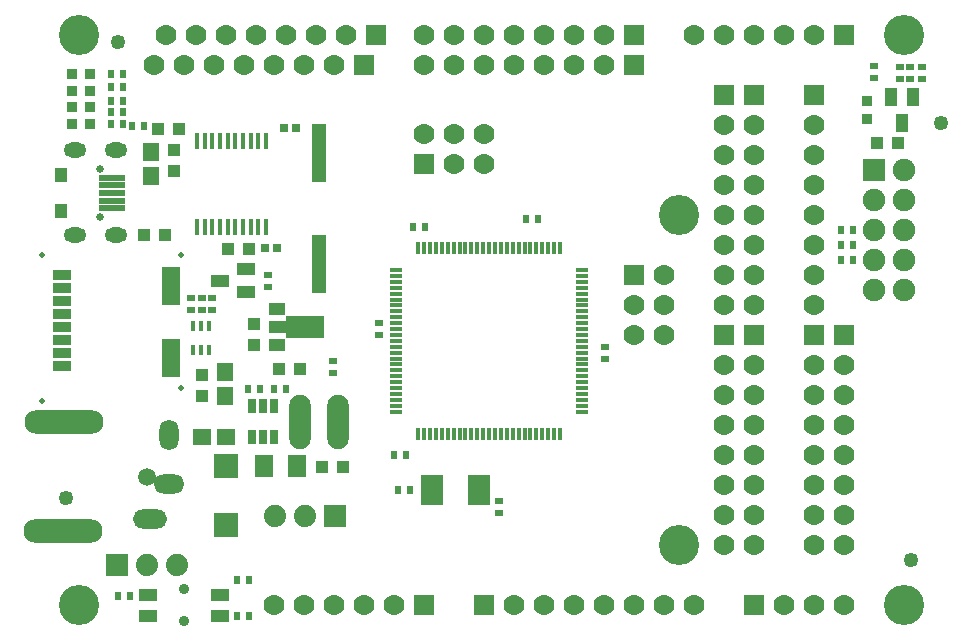
<source format=gbr>
G04 #@! TF.GenerationSoftware,KiCad,Pcbnew,5.1.0-unknown-9bfce26~82~ubuntu18.04.1*
G04 #@! TF.CreationDate,2019-03-14T11:14:55+02:00*
G04 #@! TF.ProjectId,OLIMEXINO-2560_Rev_B,4f4c494d-4558-4494-9e4f-2d323536305f,rev?*
G04 #@! TF.SameCoordinates,Original*
G04 #@! TF.FileFunction,Soldermask,Top*
G04 #@! TF.FilePolarity,Negative*
%FSLAX46Y46*%
G04 Gerber Fmt 4.6, Leading zero omitted, Abs format (unit mm)*
G04 Created by KiCad (PCBNEW 5.1.0-unknown-9bfce26~82~ubuntu18.04.1) date 2019-03-14 11:14:55*
%MOMM*%
%LPD*%
G04 APERTURE LIST*
%ADD10C,1.500000*%
%ADD11O,6.700000X2.000000*%
%ADD12O,2.600000X1.624000*%
%ADD13O,2.900000X1.624000*%
%ADD14O,1.624000X2.600000*%
%ADD15C,3.400000*%
%ADD16C,1.776400*%
%ADD17R,1.776400X1.776400*%
%ADD18R,3.226600X1.834600*%
%ADD19R,1.401600X1.001600*%
%ADD20R,1.603500X1.001600*%
%ADD21C,1.879600*%
%ADD22R,1.879600X1.879600*%
%ADD23R,1.100000X0.350000*%
%ADD24R,0.350000X1.100000*%
%ADD25R,2.250000X0.500000*%
%ADD26C,0.650000*%
%ADD27R,1.100000X1.200000*%
%ADD28O,1.900000X1.300000*%
%ADD29R,0.901600X0.901600*%
%ADD30R,0.651600X0.601600*%
%ADD31R,0.601600X0.651600*%
%ADD32C,1.900000*%
%ADD33R,1.850000X1.850000*%
%ADD34O,1.850000X4.600000*%
%ADD35R,1.117600X1.117600*%
%ADD36C,1.254000*%
%ADD37R,1.625600X1.117600*%
%ADD38C,0.901600*%
%ADD39R,1.625600X1.879600*%
%ADD40R,0.600000X0.650000*%
%ADD41R,0.700000X0.700000*%
%ADD42R,0.650000X0.600000*%
%ADD43R,2.100000X2.000000*%
%ADD44R,1.371600X1.625600*%
%ADD45R,1.625600X1.371600*%
%ADD46R,1.101600X1.501600*%
%ADD47R,1.501600X1.101600*%
%ADD48R,1.601600X3.201600*%
%ADD49C,0.500000*%
%ADD50R,1.601600X0.901600*%
%ADD51R,1.898320X2.497760*%
%ADD52R,0.651600X1.301600*%
%ADD53R,0.426600X1.371600*%
%ADD54R,1.201600X4.927600*%
%ADD55R,0.430000X0.900000*%
G04 APERTURE END LIST*
D10*
X32363800Y-80543400D03*
D11*
X25263800Y-85143400D03*
X25363800Y-75943400D03*
D12*
X34263800Y-81143400D03*
D13*
X32663800Y-84143400D03*
D14*
X34263800Y-77043400D03*
D15*
X77470000Y-86360000D03*
D16*
X45720000Y-91440000D03*
X48260000Y-91440000D03*
D17*
X60960000Y-91440000D03*
D16*
X63500000Y-91440000D03*
X66040000Y-91440000D03*
X68580000Y-91440000D03*
X71120000Y-91440000D03*
X73660000Y-91440000D03*
X34042540Y-43180000D03*
D17*
X73660000Y-43180000D03*
D16*
X71120000Y-43180000D03*
X68580000Y-43180000D03*
X66040000Y-43180000D03*
X63500000Y-43180000D03*
X60960000Y-43180000D03*
X58420000Y-43180000D03*
X55880000Y-43180000D03*
D17*
X51820000Y-43180000D03*
D16*
X49282540Y-43180000D03*
X46742540Y-43180000D03*
X44202540Y-43180000D03*
X41662540Y-43180000D03*
X39122540Y-43180000D03*
X50800000Y-91440000D03*
X53340000Y-91440000D03*
X36582540Y-43180000D03*
X43180000Y-91440000D03*
D17*
X55880000Y-91440000D03*
D16*
X78740000Y-43180000D03*
X88900000Y-43180000D03*
X86360000Y-43180000D03*
X83820000Y-43180000D03*
X81280000Y-43180000D03*
D17*
X91440000Y-43180000D03*
D16*
X78740000Y-91440000D03*
X76200000Y-91440000D03*
X91440000Y-91440000D03*
X88900000Y-91440000D03*
X86360000Y-91440000D03*
D17*
X83820000Y-91440000D03*
D16*
X81280000Y-63500000D03*
X81280000Y-55880000D03*
X81280000Y-66040000D03*
X81280000Y-58420000D03*
X81280000Y-60960000D03*
X81280000Y-50800000D03*
D17*
X81280000Y-48260000D03*
D16*
X81280000Y-53340000D03*
D17*
X83820000Y-48260000D03*
D16*
X83820000Y-63500000D03*
X83820000Y-50800000D03*
X83820000Y-60960000D03*
X83820000Y-58420000D03*
X83820000Y-53340000D03*
X83820000Y-66040000D03*
X83820000Y-55880000D03*
X88900000Y-55880000D03*
X88900000Y-66040000D03*
X88900000Y-53340000D03*
X88900000Y-60960000D03*
X88900000Y-63500000D03*
X88900000Y-50800000D03*
X88900000Y-58420000D03*
D17*
X88900000Y-48260000D03*
D16*
X88900000Y-73660000D03*
D17*
X81280000Y-68580000D03*
D16*
X88900000Y-78740000D03*
X83820000Y-76200000D03*
X81280000Y-83820000D03*
X83820000Y-86360000D03*
X81280000Y-71120000D03*
X88900000Y-83820000D03*
X81280000Y-81280000D03*
X83820000Y-73660000D03*
X83820000Y-81280000D03*
X83820000Y-83820000D03*
X88900000Y-71120000D03*
X81280000Y-78740000D03*
X88900000Y-86360000D03*
X88900000Y-76200000D03*
X83820000Y-71120000D03*
X81280000Y-73660000D03*
X83820000Y-78740000D03*
X81280000Y-86360000D03*
D17*
X88900000Y-68580000D03*
D16*
X81280000Y-76200000D03*
D17*
X83820000Y-68580000D03*
D16*
X88900000Y-81280000D03*
X91440000Y-76200000D03*
X91440000Y-71120000D03*
X91440000Y-86360000D03*
X91440000Y-78740000D03*
X91440000Y-83820000D03*
X91440000Y-81280000D03*
D17*
X91440000Y-68580000D03*
D16*
X91440000Y-73660000D03*
X45722540Y-45720000D03*
X38102540Y-45720000D03*
D17*
X50800000Y-45720000D03*
D16*
X43182540Y-45720000D03*
X48262540Y-45720000D03*
X35562540Y-45720000D03*
X33022540Y-45720000D03*
X40642540Y-45720000D03*
X58420000Y-45720000D03*
X55880000Y-45720000D03*
D17*
X73660000Y-45720000D03*
D16*
X60960000Y-45720000D03*
X63500000Y-45720000D03*
X66040000Y-45720000D03*
X68580000Y-45720000D03*
X71120000Y-45720000D03*
X58420000Y-54102000D03*
X60960000Y-54102000D03*
D17*
X55880000Y-54102000D03*
D16*
X58420000Y-51562000D03*
X60960000Y-51562000D03*
X55880000Y-51562000D03*
X76200000Y-66040000D03*
X76200000Y-68580000D03*
X73660000Y-66040000D03*
X73660000Y-68580000D03*
D17*
X73660000Y-63500000D03*
D16*
X76200000Y-63500000D03*
D15*
X26670000Y-43180000D03*
X26670000Y-91440000D03*
X77470000Y-86360000D03*
X77470000Y-58420000D03*
X96520000Y-43180000D03*
X96520000Y-91440000D03*
D18*
X45759000Y-67881500D03*
D19*
X43371500Y-69381500D03*
D20*
X43471500Y-67881500D03*
D19*
X43371500Y-66381500D03*
D21*
X43243500Y-83883500D03*
X45783500Y-83883500D03*
D22*
X48323500Y-83883500D03*
D21*
X34925000Y-88011000D03*
X32385000Y-88011000D03*
D22*
X29845000Y-88011000D03*
D23*
X53463600Y-63037800D03*
X53463600Y-63537800D03*
X53463600Y-64037800D03*
X53463600Y-64537800D03*
X53463600Y-65037800D03*
X53463600Y-65537800D03*
X53463600Y-66037800D03*
X53463600Y-66537800D03*
X53463600Y-67037800D03*
X53463600Y-67537800D03*
X53463600Y-68037800D03*
X53463600Y-68537800D03*
X53463600Y-69037800D03*
X53463600Y-69537800D03*
X53463600Y-70037800D03*
X53463600Y-70537800D03*
X53463600Y-71037800D03*
X53463600Y-71537800D03*
X53463600Y-72037800D03*
X53463600Y-72537800D03*
X53463600Y-73037800D03*
X53463600Y-73537800D03*
X53463600Y-74037800D03*
X53463600Y-74537800D03*
X53463600Y-75037800D03*
D24*
X55363600Y-76937800D03*
X55863600Y-76937800D03*
X56363600Y-76937800D03*
X56863600Y-76937800D03*
X57363600Y-76937800D03*
X57863600Y-76937800D03*
X58363600Y-76937800D03*
X58863600Y-76937800D03*
X59363600Y-76937800D03*
X59863600Y-76937800D03*
X60363600Y-76937800D03*
X60863600Y-76937800D03*
X61363600Y-76937800D03*
X61863600Y-76937800D03*
X62363600Y-76937800D03*
X62863600Y-76937800D03*
X63363600Y-76937800D03*
X63863600Y-76937800D03*
X64363600Y-76937800D03*
X64863600Y-76937800D03*
X65363600Y-76937800D03*
X65863600Y-76937800D03*
X66363600Y-76937800D03*
X66863600Y-76937800D03*
X67363600Y-76937800D03*
D23*
X69263600Y-75037800D03*
X69263600Y-74537800D03*
X69263600Y-74037800D03*
X69263600Y-73537800D03*
X69263600Y-73037800D03*
X69263600Y-72537800D03*
X69263600Y-72037800D03*
X69263600Y-71537800D03*
X69263600Y-71037800D03*
X69263600Y-70537800D03*
X69263600Y-70037800D03*
X69263600Y-69537800D03*
X69263600Y-69037800D03*
X69263600Y-68537800D03*
X69263600Y-68037800D03*
X69263600Y-67537800D03*
X69263600Y-67037800D03*
X69263600Y-66537800D03*
X69263600Y-66037800D03*
X69263600Y-65537800D03*
X69263600Y-65037800D03*
X69263600Y-64537800D03*
X69263600Y-64037800D03*
X69263600Y-63537800D03*
X69263600Y-63037800D03*
D24*
X67363600Y-61137800D03*
X66863600Y-61137800D03*
X66363600Y-61137800D03*
X65863600Y-61137800D03*
X65363600Y-61137800D03*
X64863600Y-61137800D03*
X64363600Y-61137800D03*
X63863600Y-61137800D03*
X63363600Y-61137800D03*
X62863600Y-61137800D03*
X62363600Y-61137800D03*
X61863600Y-61137800D03*
X61363600Y-61137800D03*
X60863600Y-61137800D03*
X60363600Y-61137800D03*
X59863600Y-61137800D03*
X59363600Y-61137800D03*
X58863600Y-61137800D03*
X58363600Y-61137800D03*
X57863600Y-61137800D03*
X57363600Y-61137800D03*
X56863600Y-61137800D03*
X56363600Y-61137800D03*
X55863600Y-61137800D03*
X55363600Y-61137800D03*
D25*
X29440000Y-55215000D03*
X29440000Y-55865000D03*
X29440000Y-56515000D03*
X29440000Y-57165000D03*
X29440000Y-57815000D03*
D26*
X28430000Y-54515000D03*
X28430000Y-58515000D03*
D27*
X25130000Y-55015000D03*
X25130000Y-58015000D03*
D28*
X26280000Y-52915000D03*
X29750000Y-52915000D03*
X29750000Y-60115000D03*
X26280000Y-60115000D03*
D29*
X93345000Y-48768000D03*
X93345000Y-50292000D03*
X27559001Y-47879000D03*
X26035001Y-47879000D03*
X27559000Y-49276000D03*
X26035000Y-49276000D03*
X27559000Y-50673000D03*
X26035000Y-50673000D03*
X27559001Y-46482000D03*
X26035001Y-46482000D03*
D30*
X93980000Y-45783500D03*
X93980000Y-46799500D03*
D31*
X40957500Y-73088500D03*
X41973500Y-73088500D03*
D30*
X97040700Y-45872400D03*
X97040700Y-46888400D03*
X98044000Y-46875700D03*
X98044000Y-45859700D03*
X42621200Y-64490600D03*
X42621200Y-63474600D03*
D31*
X92202000Y-59690000D03*
X91186000Y-59690000D03*
X92202000Y-60960000D03*
X91186000Y-60960000D03*
X92202000Y-62217300D03*
X91186000Y-62217300D03*
X41021000Y-89255600D03*
X40005000Y-89255600D03*
X30365700Y-46482000D03*
X29349700Y-46482000D03*
X30365700Y-47548800D03*
X29349700Y-47548800D03*
X40005000Y-92303600D03*
X41021000Y-92303600D03*
X32156400Y-50838100D03*
X31140400Y-50838100D03*
X30353000Y-50673000D03*
X29337000Y-50673000D03*
X30340300Y-49669700D03*
X29324300Y-49669700D03*
X29349700Y-48755300D03*
X30365700Y-48755300D03*
D30*
X37934900Y-65405000D03*
X37934900Y-66421000D03*
X37045900Y-65405000D03*
X37045900Y-66421000D03*
X36156900Y-65405000D03*
X36156900Y-66421000D03*
X48133000Y-70739000D03*
X48133000Y-71755000D03*
D32*
X96520000Y-64770000D03*
X93980000Y-64770000D03*
X96520000Y-62230000D03*
X93980000Y-62230000D03*
X96520000Y-59690000D03*
X93980000Y-59690000D03*
X96520000Y-57150000D03*
X93980000Y-57150000D03*
X96520000Y-54610000D03*
D33*
X93980000Y-54610000D03*
D34*
X48615000Y-75946000D03*
X45365000Y-75946000D03*
D30*
X96151700Y-45872400D03*
X96151700Y-46888400D03*
D35*
X37020500Y-71945500D03*
X37020500Y-73723500D03*
D36*
X29984700Y-43726100D03*
X25514300Y-82321400D03*
X97053400Y-87630000D03*
X99593400Y-50584100D03*
D37*
X32477000Y-90551000D03*
X38573000Y-90551000D03*
X38573000Y-92329000D03*
X32477000Y-92329000D03*
D38*
X35525000Y-90090000D03*
X35525000Y-92790000D03*
D31*
X43180000Y-73088500D03*
X44196000Y-73088500D03*
D35*
X34671000Y-52895500D03*
X34671000Y-54673500D03*
D39*
X45085000Y-79629000D03*
X42291000Y-79629000D03*
D35*
X41021000Y-61277500D03*
X39243000Y-61277500D03*
X47180500Y-79692500D03*
X48958500Y-79692500D03*
X41478200Y-67614800D03*
X41478200Y-69392800D03*
X35115500Y-51117500D03*
X33337500Y-51117500D03*
X32118300Y-60071000D03*
X33896300Y-60071000D03*
D40*
X53644800Y-81661000D03*
X54660800Y-81661000D03*
D41*
X42426000Y-61137800D03*
X43426000Y-61137800D03*
X44026200Y-51003200D03*
X45026200Y-51003200D03*
D42*
X62179200Y-83642200D03*
X62179200Y-82626200D03*
D31*
X29972000Y-90614500D03*
X30988000Y-90614500D03*
D43*
X39116000Y-84669000D03*
X39116000Y-79669000D03*
D44*
X32766000Y-55118000D03*
X32766000Y-53086000D03*
X38989000Y-71691499D03*
X38989000Y-73723499D03*
D45*
X39116000Y-77216000D03*
X37084000Y-77216000D03*
D46*
X97276920Y-48399700D03*
X95374460Y-48399700D03*
X96329500Y-50609500D03*
D47*
X40794940Y-64894460D03*
X40794940Y-62992000D03*
X38585140Y-63947040D03*
D48*
X34460000Y-70460000D03*
X34460000Y-64400000D03*
D49*
X23490000Y-61770000D03*
X35290000Y-61770000D03*
X35290000Y-73040000D03*
X23490000Y-74130000D03*
D50*
X25210000Y-63460000D03*
X25210000Y-64560000D03*
X25210000Y-65660000D03*
X25210000Y-66760000D03*
X25210000Y-67860000D03*
X25210000Y-68960000D03*
X25210000Y-70060000D03*
X25210000Y-71160000D03*
D51*
X60545980Y-81661000D03*
X56548020Y-81661000D03*
D35*
X43561000Y-71437500D03*
X45339000Y-71437500D03*
D52*
X43177500Y-77152499D03*
X42227500Y-77152499D03*
X41277500Y-77152499D03*
X41277500Y-74552299D03*
X42227500Y-74552299D03*
X43177500Y-74552299D03*
D53*
X36635500Y-59372500D03*
X37285500Y-59372500D03*
X37935500Y-59372500D03*
X38585500Y-59372500D03*
X39235500Y-59372500D03*
X39885500Y-59372500D03*
X40535500Y-59372500D03*
X41185500Y-59372500D03*
X41835500Y-59372500D03*
X42485500Y-59372500D03*
X42485500Y-52133500D03*
X41835500Y-52133500D03*
X41185500Y-52133500D03*
X40535500Y-52133500D03*
X39885500Y-52133500D03*
X39235500Y-52133500D03*
X38585500Y-52133500D03*
X37935500Y-52133500D03*
X37285500Y-52133500D03*
X36635500Y-52133500D03*
D54*
X46990000Y-62547500D03*
X46990000Y-53149500D03*
D31*
X65506600Y-58724800D03*
X64490600Y-58724800D03*
D30*
X71158100Y-70561200D03*
X71158100Y-69545200D03*
D31*
X54889400Y-59385200D03*
X55905400Y-59385200D03*
X54292500Y-78689200D03*
X53276500Y-78689200D03*
D30*
X52019200Y-67513200D03*
X52019200Y-68529200D03*
D35*
X94234000Y-52260500D03*
X96012000Y-52260500D03*
D55*
X37619700Y-69783200D03*
X36969700Y-69783200D03*
X36319700Y-69783200D03*
X36319700Y-67783200D03*
X36969700Y-67783200D03*
X37619700Y-67783200D03*
M02*

</source>
